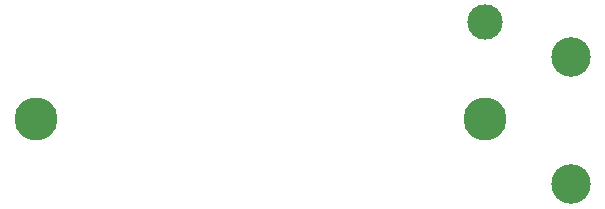
<source format=gbs>
%TF.GenerationSoftware,KiCad,Pcbnew,(6.0.4)*%
%TF.CreationDate,2022-06-27T14:28:38+01:00*%
%TF.ProjectId,soil-moisture-sensor,736f696c-2d6d-46f6-9973-747572652d73,%%version%%*%
%TF.SameCoordinates,Original*%
%TF.FileFunction,Soldermask,Bot*%
%TF.FilePolarity,Negative*%
%FSLAX46Y46*%
G04 Gerber Fmt 4.6, Leading zero omitted, Abs format (unit mm)*
G04 Created by KiCad (PCBNEW (6.0.4)) date 2022-06-27 14:28:38*
%MOMM*%
%LPD*%
G01*
G04 APERTURE LIST*
%ADD10C,3.350000*%
%ADD11C,3.000000*%
%ADD12C,3.650000*%
G04 APERTURE END LIST*
D10*
X145600000Y-108800000D03*
X145600000Y-119600000D03*
D11*
X138287500Y-105900000D03*
D12*
X100287500Y-114100000D03*
X138287500Y-114100000D03*
M02*

</source>
